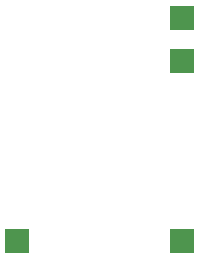
<source format=gbs>
G04 #@! TF.FileFunction,Soldermask,Bot*
%FSLAX46Y46*%
G04 Gerber Fmt 4.6, Leading zero omitted, Abs format (unit mm)*
G04 Created by KiCad (PCBNEW (2015-12-01 BZR 6337, Git 6f5a49b)-product) date Thu 03 Dec 2015 11:37:21 AM CET*
%MOMM*%
G01*
G04 APERTURE LIST*
%ADD10C,0.100000*%
%ADD11R,2.050000X2.050000*%
G04 APERTURE END LIST*
D10*
D11*
X191770000Y-25600000D03*
X191770000Y-29210000D03*
X177800000Y-44450000D03*
X191770000Y-44450000D03*
M02*

</source>
